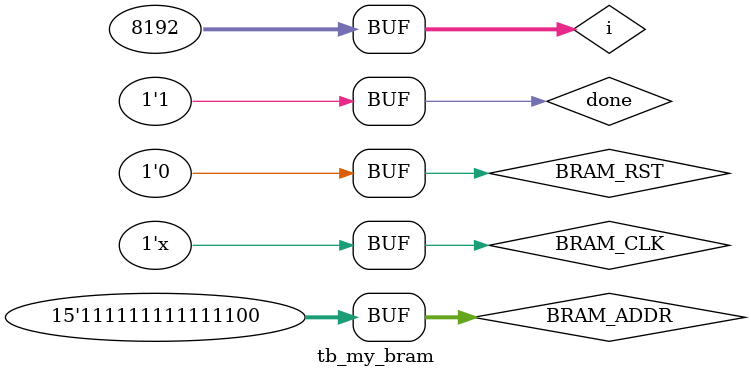
<source format=v>
`timescale 1ns / 1ps


module tb_my_bram();
    parameter integer BRAM_ADDR_WIDTH = 15;
    parameter INIT_FILE = "input.txt";
    parameter OUT_FILE = "output.txt";
    
    reg [BRAM_ADDR_WIDTH-1:0] BRAM_ADDR;
    reg BRAM_CLK;
    reg [31:0] BRAM_WRDATA;
    wire [31:0] BRAM_RDDATA;
    reg BRAM_EN;
    reg BRAM_RST;
    reg [3:0] BRAM_WE;
    reg done;
    
    wire [31:0] tmp;
    
    //for test
    integer i;
    //random test vector generation
    initial begin
        BRAM_CLK<=1;
        BRAM_RST<=0;
        done=0;
        for(i=0;i<8192;i=i+1) begin
            BRAM_ADDR = i*4;   //only use upper 13 bits
            #4;
        end
        done=1;
    end
    
    always #1 BRAM_CLK = ~BRAM_CLK;
    
    my_bram #(
        .BRAM_ADDR_WIDTH(15),
        .INIT_FILE(INIT_FILE),
        .OUT_FILE("output1.txt")
    ) BRAM1 (
        .BRAM_ADDR(BRAM_ADDR),
        .BRAM_CLK(BRAM_CLK),
        .BRAM_WRDATA(BRAM_WRDATA),
        .BRAM_RDDATA(tmp),
        .BRAM_EN(1'b1),
        .BRAM_WE(4'b0000),
        .BRAM_RST(1'b0),
        .done(done)
    );
    
    my_bram #(
        .BRAM_ADDR_WIDTH(15),
        .INIT_FILE(""),
        .OUT_FILE("output2.txt")
    ) BRAM2 (
        .BRAM_ADDR(BRAM_ADDR),
        .BRAM_CLK(BRAM_CLK),
        .BRAM_WRDATA(tmp),
        .BRAM_RDDATA(BRAM_RDDATA),
        .BRAM_EN(1'b1),
        .BRAM_WE(4'b1111),
        .BRAM_RST(1'b0),
        .done(done)
    );

endmodule

</source>
